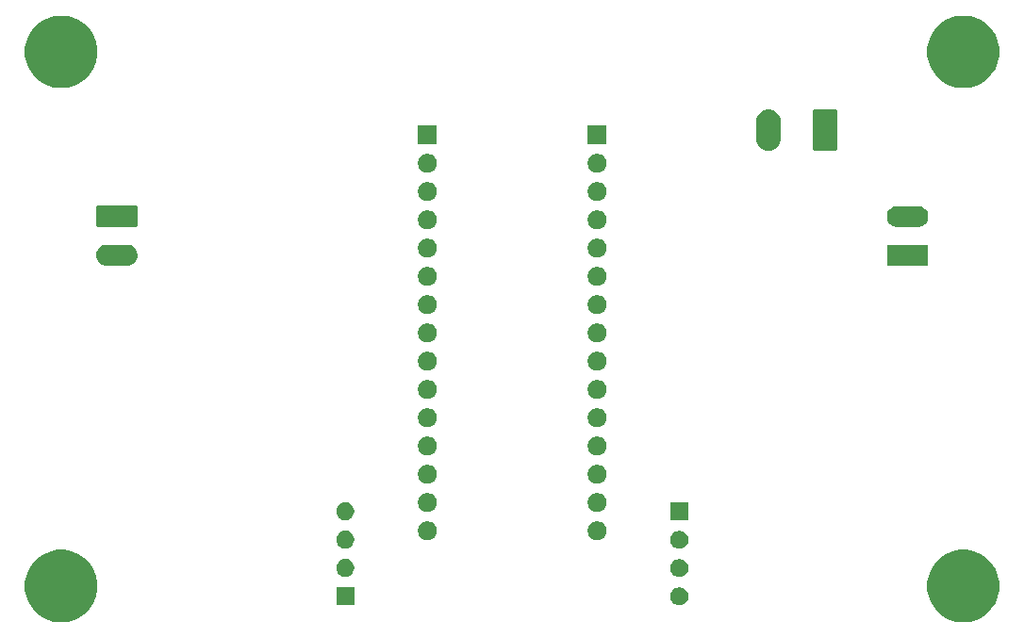
<source format=gbr>
G04 #@! TF.GenerationSoftware,KiCad,Pcbnew,(5.1.4)-1*
G04 #@! TF.CreationDate,2020-03-06T17:00:34+01:00*
G04 #@! TF.ProjectId,asserv_dc,61737365-7276-45f6-9463-2e6b69636164,rev?*
G04 #@! TF.SameCoordinates,Original*
G04 #@! TF.FileFunction,Soldermask,Bot*
G04 #@! TF.FilePolarity,Negative*
%FSLAX46Y46*%
G04 Gerber Fmt 4.6, Leading zero omitted, Abs format (unit mm)*
G04 Created by KiCad (PCBNEW (5.1.4)-1) date 2020-03-06 17:00:34*
%MOMM*%
%LPD*%
G04 APERTURE LIST*
%ADD10C,0.100000*%
G04 APERTURE END LIST*
D10*
G36*
X135134239Y-98311467D02*
G01*
X135448282Y-98373934D01*
X136039926Y-98619001D01*
X136572392Y-98974784D01*
X137025216Y-99427608D01*
X137380999Y-99960074D01*
X137626066Y-100551718D01*
X137751000Y-101179804D01*
X137751000Y-101820196D01*
X137626066Y-102448282D01*
X137380999Y-103039926D01*
X137025216Y-103572392D01*
X136572392Y-104025216D01*
X136039926Y-104380999D01*
X135448282Y-104626066D01*
X135134239Y-104688533D01*
X134820197Y-104751000D01*
X134179803Y-104751000D01*
X133865761Y-104688533D01*
X133551718Y-104626066D01*
X132960074Y-104380999D01*
X132427608Y-104025216D01*
X131974784Y-103572392D01*
X131619001Y-103039926D01*
X131373934Y-102448282D01*
X131249000Y-101820196D01*
X131249000Y-101179804D01*
X131373934Y-100551718D01*
X131619001Y-99960074D01*
X131974784Y-99427608D01*
X132427608Y-98974784D01*
X132960074Y-98619001D01*
X133551718Y-98373934D01*
X133865761Y-98311467D01*
X134179803Y-98249000D01*
X134820197Y-98249000D01*
X135134239Y-98311467D01*
X135134239Y-98311467D01*
G37*
G36*
X54134239Y-98311467D02*
G01*
X54448282Y-98373934D01*
X55039926Y-98619001D01*
X55572392Y-98974784D01*
X56025216Y-99427608D01*
X56380999Y-99960074D01*
X56626066Y-100551718D01*
X56751000Y-101179804D01*
X56751000Y-101820196D01*
X56626066Y-102448282D01*
X56380999Y-103039926D01*
X56025216Y-103572392D01*
X55572392Y-104025216D01*
X55039926Y-104380999D01*
X54448282Y-104626066D01*
X54134239Y-104688533D01*
X53820197Y-104751000D01*
X53179803Y-104751000D01*
X52865761Y-104688533D01*
X52551718Y-104626066D01*
X51960074Y-104380999D01*
X51427608Y-104025216D01*
X50974784Y-103572392D01*
X50619001Y-103039926D01*
X50373934Y-102448282D01*
X50249000Y-101820196D01*
X50249000Y-101179804D01*
X50373934Y-100551718D01*
X50619001Y-99960074D01*
X50974784Y-99427608D01*
X51427608Y-98974784D01*
X51960074Y-98619001D01*
X52551718Y-98373934D01*
X52865761Y-98311467D01*
X53179803Y-98249000D01*
X53820197Y-98249000D01*
X54134239Y-98311467D01*
X54134239Y-98311467D01*
G37*
G36*
X109234810Y-101645935D02*
G01*
X109381309Y-101706617D01*
X109381310Y-101706618D01*
X109513158Y-101794716D01*
X109625284Y-101906842D01*
X109625285Y-101906844D01*
X109713383Y-102038691D01*
X109774065Y-102185190D01*
X109805000Y-102340713D01*
X109805000Y-102499287D01*
X109774065Y-102654810D01*
X109713383Y-102801309D01*
X109713382Y-102801310D01*
X109625284Y-102933158D01*
X109513158Y-103045284D01*
X109446785Y-103089633D01*
X109381309Y-103133383D01*
X109234810Y-103194065D01*
X109079287Y-103225000D01*
X108920713Y-103225000D01*
X108765190Y-103194065D01*
X108618691Y-103133383D01*
X108553215Y-103089633D01*
X108486842Y-103045284D01*
X108374716Y-102933158D01*
X108286618Y-102801310D01*
X108286617Y-102801309D01*
X108225935Y-102654810D01*
X108195000Y-102499287D01*
X108195000Y-102340713D01*
X108225935Y-102185190D01*
X108286617Y-102038691D01*
X108374715Y-101906844D01*
X108374716Y-101906842D01*
X108486842Y-101794716D01*
X108618690Y-101706618D01*
X108618691Y-101706617D01*
X108765190Y-101645935D01*
X108920713Y-101615000D01*
X109079287Y-101615000D01*
X109234810Y-101645935D01*
X109234810Y-101645935D01*
G37*
G36*
X79805000Y-103205000D02*
G01*
X78195000Y-103205000D01*
X78195000Y-101595000D01*
X79805000Y-101595000D01*
X79805000Y-103205000D01*
X79805000Y-103205000D01*
G37*
G36*
X109234810Y-99105935D02*
G01*
X109381309Y-99166617D01*
X109381310Y-99166618D01*
X109513158Y-99254716D01*
X109625284Y-99366842D01*
X109625285Y-99366844D01*
X109713383Y-99498691D01*
X109774065Y-99645190D01*
X109805000Y-99800713D01*
X109805000Y-99959287D01*
X109774065Y-100114810D01*
X109713383Y-100261309D01*
X109713382Y-100261310D01*
X109625284Y-100393158D01*
X109513158Y-100505284D01*
X109446785Y-100549633D01*
X109381309Y-100593383D01*
X109234810Y-100654065D01*
X109079287Y-100685000D01*
X108920713Y-100685000D01*
X108765190Y-100654065D01*
X108618691Y-100593383D01*
X108553215Y-100549633D01*
X108486842Y-100505284D01*
X108374716Y-100393158D01*
X108286618Y-100261310D01*
X108286617Y-100261309D01*
X108225935Y-100114810D01*
X108195000Y-99959287D01*
X108195000Y-99800713D01*
X108225935Y-99645190D01*
X108286617Y-99498691D01*
X108374715Y-99366844D01*
X108374716Y-99366842D01*
X108486842Y-99254716D01*
X108618690Y-99166618D01*
X108618691Y-99166617D01*
X108765190Y-99105935D01*
X108920713Y-99075000D01*
X109079287Y-99075000D01*
X109234810Y-99105935D01*
X109234810Y-99105935D01*
G37*
G36*
X79234810Y-99085935D02*
G01*
X79381309Y-99146617D01*
X79381310Y-99146618D01*
X79513158Y-99234716D01*
X79625284Y-99346842D01*
X79638649Y-99366844D01*
X79713383Y-99478691D01*
X79774065Y-99625190D01*
X79805000Y-99780713D01*
X79805000Y-99939287D01*
X79774065Y-100094810D01*
X79713383Y-100241309D01*
X79669633Y-100306785D01*
X79625284Y-100373158D01*
X79513158Y-100485284D01*
X79483226Y-100505284D01*
X79381309Y-100573383D01*
X79234810Y-100634065D01*
X79079287Y-100665000D01*
X78920713Y-100665000D01*
X78765190Y-100634065D01*
X78618691Y-100573383D01*
X78516774Y-100505284D01*
X78486842Y-100485284D01*
X78374716Y-100373158D01*
X78330367Y-100306785D01*
X78286617Y-100241309D01*
X78225935Y-100094810D01*
X78195000Y-99939287D01*
X78195000Y-99780713D01*
X78225935Y-99625190D01*
X78286617Y-99478691D01*
X78361351Y-99366844D01*
X78374716Y-99346842D01*
X78486842Y-99234716D01*
X78618690Y-99146618D01*
X78618691Y-99146617D01*
X78765190Y-99085935D01*
X78920713Y-99055000D01*
X79079287Y-99055000D01*
X79234810Y-99085935D01*
X79234810Y-99085935D01*
G37*
G36*
X109234810Y-96565935D02*
G01*
X109381309Y-96626617D01*
X109381310Y-96626618D01*
X109513158Y-96714716D01*
X109625284Y-96826842D01*
X109625285Y-96826844D01*
X109713383Y-96958691D01*
X109774065Y-97105190D01*
X109805000Y-97260713D01*
X109805000Y-97419287D01*
X109774065Y-97574810D01*
X109713383Y-97721309D01*
X109713382Y-97721310D01*
X109625284Y-97853158D01*
X109513158Y-97965284D01*
X109446785Y-98009633D01*
X109381309Y-98053383D01*
X109234810Y-98114065D01*
X109079287Y-98145000D01*
X108920713Y-98145000D01*
X108765190Y-98114065D01*
X108618691Y-98053383D01*
X108553215Y-98009633D01*
X108486842Y-97965284D01*
X108374716Y-97853158D01*
X108286618Y-97721310D01*
X108286617Y-97721309D01*
X108225935Y-97574810D01*
X108195000Y-97419287D01*
X108195000Y-97260713D01*
X108225935Y-97105190D01*
X108286617Y-96958691D01*
X108374715Y-96826844D01*
X108374716Y-96826842D01*
X108486842Y-96714716D01*
X108618690Y-96626618D01*
X108618691Y-96626617D01*
X108765190Y-96565935D01*
X108920713Y-96535000D01*
X109079287Y-96535000D01*
X109234810Y-96565935D01*
X109234810Y-96565935D01*
G37*
G36*
X79234810Y-96545935D02*
G01*
X79381309Y-96606617D01*
X79381310Y-96606618D01*
X79513158Y-96694716D01*
X79625284Y-96806842D01*
X79638649Y-96826844D01*
X79713383Y-96938691D01*
X79774065Y-97085190D01*
X79805000Y-97240713D01*
X79805000Y-97399287D01*
X79774065Y-97554810D01*
X79713383Y-97701309D01*
X79669633Y-97766785D01*
X79625284Y-97833158D01*
X79513158Y-97945284D01*
X79483226Y-97965284D01*
X79381309Y-98033383D01*
X79234810Y-98094065D01*
X79079287Y-98125000D01*
X78920713Y-98125000D01*
X78765190Y-98094065D01*
X78618691Y-98033383D01*
X78516774Y-97965284D01*
X78486842Y-97945284D01*
X78374716Y-97833158D01*
X78330367Y-97766785D01*
X78286617Y-97701309D01*
X78225935Y-97554810D01*
X78195000Y-97399287D01*
X78195000Y-97240713D01*
X78225935Y-97085190D01*
X78286617Y-96938691D01*
X78361351Y-96826844D01*
X78374716Y-96806842D01*
X78486842Y-96694716D01*
X78618690Y-96606618D01*
X78618691Y-96606617D01*
X78765190Y-96545935D01*
X78920713Y-96515000D01*
X79079287Y-96515000D01*
X79234810Y-96545935D01*
X79234810Y-96545935D01*
G37*
G36*
X86628228Y-95711703D02*
G01*
X86783100Y-95775853D01*
X86922481Y-95868985D01*
X87041015Y-95987519D01*
X87134147Y-96126900D01*
X87198297Y-96281772D01*
X87231000Y-96446184D01*
X87231000Y-96613816D01*
X87198297Y-96778228D01*
X87134147Y-96933100D01*
X87041015Y-97072481D01*
X86922481Y-97191015D01*
X86783100Y-97284147D01*
X86628228Y-97348297D01*
X86463816Y-97381000D01*
X86296184Y-97381000D01*
X86131772Y-97348297D01*
X85976900Y-97284147D01*
X85837519Y-97191015D01*
X85718985Y-97072481D01*
X85625853Y-96933100D01*
X85561703Y-96778228D01*
X85529000Y-96613816D01*
X85529000Y-96446184D01*
X85561703Y-96281772D01*
X85625853Y-96126900D01*
X85718985Y-95987519D01*
X85837519Y-95868985D01*
X85976900Y-95775853D01*
X86131772Y-95711703D01*
X86296184Y-95679000D01*
X86463816Y-95679000D01*
X86628228Y-95711703D01*
X86628228Y-95711703D01*
G37*
G36*
X101868228Y-95711703D02*
G01*
X102023100Y-95775853D01*
X102162481Y-95868985D01*
X102281015Y-95987519D01*
X102374147Y-96126900D01*
X102438297Y-96281772D01*
X102471000Y-96446184D01*
X102471000Y-96613816D01*
X102438297Y-96778228D01*
X102374147Y-96933100D01*
X102281015Y-97072481D01*
X102162481Y-97191015D01*
X102023100Y-97284147D01*
X101868228Y-97348297D01*
X101703816Y-97381000D01*
X101536184Y-97381000D01*
X101371772Y-97348297D01*
X101216900Y-97284147D01*
X101077519Y-97191015D01*
X100958985Y-97072481D01*
X100865853Y-96933100D01*
X100801703Y-96778228D01*
X100769000Y-96613816D01*
X100769000Y-96446184D01*
X100801703Y-96281772D01*
X100865853Y-96126900D01*
X100958985Y-95987519D01*
X101077519Y-95868985D01*
X101216900Y-95775853D01*
X101371772Y-95711703D01*
X101536184Y-95679000D01*
X101703816Y-95679000D01*
X101868228Y-95711703D01*
X101868228Y-95711703D01*
G37*
G36*
X109805000Y-95605000D02*
G01*
X108195000Y-95605000D01*
X108195000Y-93995000D01*
X109805000Y-93995000D01*
X109805000Y-95605000D01*
X109805000Y-95605000D01*
G37*
G36*
X79234810Y-94005935D02*
G01*
X79381309Y-94066617D01*
X79381310Y-94066618D01*
X79513158Y-94154716D01*
X79625284Y-94266842D01*
X79625285Y-94266844D01*
X79713383Y-94398691D01*
X79774065Y-94545190D01*
X79805000Y-94700713D01*
X79805000Y-94859287D01*
X79774065Y-95014810D01*
X79713383Y-95161309D01*
X79713382Y-95161310D01*
X79625284Y-95293158D01*
X79513158Y-95405284D01*
X79446785Y-95449633D01*
X79381309Y-95493383D01*
X79234810Y-95554065D01*
X79079287Y-95585000D01*
X78920713Y-95585000D01*
X78765190Y-95554065D01*
X78618691Y-95493383D01*
X78553215Y-95449633D01*
X78486842Y-95405284D01*
X78374716Y-95293158D01*
X78286618Y-95161310D01*
X78286617Y-95161309D01*
X78225935Y-95014810D01*
X78195000Y-94859287D01*
X78195000Y-94700713D01*
X78225935Y-94545190D01*
X78286617Y-94398691D01*
X78374715Y-94266844D01*
X78374716Y-94266842D01*
X78486842Y-94154716D01*
X78618690Y-94066618D01*
X78618691Y-94066617D01*
X78765190Y-94005935D01*
X78920713Y-93975000D01*
X79079287Y-93975000D01*
X79234810Y-94005935D01*
X79234810Y-94005935D01*
G37*
G36*
X86628228Y-93171703D02*
G01*
X86783100Y-93235853D01*
X86922481Y-93328985D01*
X87041015Y-93447519D01*
X87134147Y-93586900D01*
X87198297Y-93741772D01*
X87231000Y-93906184D01*
X87231000Y-94073816D01*
X87198297Y-94238228D01*
X87134147Y-94393100D01*
X87041015Y-94532481D01*
X86922481Y-94651015D01*
X86783100Y-94744147D01*
X86628228Y-94808297D01*
X86463816Y-94841000D01*
X86296184Y-94841000D01*
X86131772Y-94808297D01*
X85976900Y-94744147D01*
X85837519Y-94651015D01*
X85718985Y-94532481D01*
X85625853Y-94393100D01*
X85561703Y-94238228D01*
X85529000Y-94073816D01*
X85529000Y-93906184D01*
X85561703Y-93741772D01*
X85625853Y-93586900D01*
X85718985Y-93447519D01*
X85837519Y-93328985D01*
X85976900Y-93235853D01*
X86131772Y-93171703D01*
X86296184Y-93139000D01*
X86463816Y-93139000D01*
X86628228Y-93171703D01*
X86628228Y-93171703D01*
G37*
G36*
X101868228Y-93171703D02*
G01*
X102023100Y-93235853D01*
X102162481Y-93328985D01*
X102281015Y-93447519D01*
X102374147Y-93586900D01*
X102438297Y-93741772D01*
X102471000Y-93906184D01*
X102471000Y-94073816D01*
X102438297Y-94238228D01*
X102374147Y-94393100D01*
X102281015Y-94532481D01*
X102162481Y-94651015D01*
X102023100Y-94744147D01*
X101868228Y-94808297D01*
X101703816Y-94841000D01*
X101536184Y-94841000D01*
X101371772Y-94808297D01*
X101216900Y-94744147D01*
X101077519Y-94651015D01*
X100958985Y-94532481D01*
X100865853Y-94393100D01*
X100801703Y-94238228D01*
X100769000Y-94073816D01*
X100769000Y-93906184D01*
X100801703Y-93741772D01*
X100865853Y-93586900D01*
X100958985Y-93447519D01*
X101077519Y-93328985D01*
X101216900Y-93235853D01*
X101371772Y-93171703D01*
X101536184Y-93139000D01*
X101703816Y-93139000D01*
X101868228Y-93171703D01*
X101868228Y-93171703D01*
G37*
G36*
X101868228Y-90631703D02*
G01*
X102023100Y-90695853D01*
X102162481Y-90788985D01*
X102281015Y-90907519D01*
X102374147Y-91046900D01*
X102438297Y-91201772D01*
X102471000Y-91366184D01*
X102471000Y-91533816D01*
X102438297Y-91698228D01*
X102374147Y-91853100D01*
X102281015Y-91992481D01*
X102162481Y-92111015D01*
X102023100Y-92204147D01*
X101868228Y-92268297D01*
X101703816Y-92301000D01*
X101536184Y-92301000D01*
X101371772Y-92268297D01*
X101216900Y-92204147D01*
X101077519Y-92111015D01*
X100958985Y-91992481D01*
X100865853Y-91853100D01*
X100801703Y-91698228D01*
X100769000Y-91533816D01*
X100769000Y-91366184D01*
X100801703Y-91201772D01*
X100865853Y-91046900D01*
X100958985Y-90907519D01*
X101077519Y-90788985D01*
X101216900Y-90695853D01*
X101371772Y-90631703D01*
X101536184Y-90599000D01*
X101703816Y-90599000D01*
X101868228Y-90631703D01*
X101868228Y-90631703D01*
G37*
G36*
X86628228Y-90631703D02*
G01*
X86783100Y-90695853D01*
X86922481Y-90788985D01*
X87041015Y-90907519D01*
X87134147Y-91046900D01*
X87198297Y-91201772D01*
X87231000Y-91366184D01*
X87231000Y-91533816D01*
X87198297Y-91698228D01*
X87134147Y-91853100D01*
X87041015Y-91992481D01*
X86922481Y-92111015D01*
X86783100Y-92204147D01*
X86628228Y-92268297D01*
X86463816Y-92301000D01*
X86296184Y-92301000D01*
X86131772Y-92268297D01*
X85976900Y-92204147D01*
X85837519Y-92111015D01*
X85718985Y-91992481D01*
X85625853Y-91853100D01*
X85561703Y-91698228D01*
X85529000Y-91533816D01*
X85529000Y-91366184D01*
X85561703Y-91201772D01*
X85625853Y-91046900D01*
X85718985Y-90907519D01*
X85837519Y-90788985D01*
X85976900Y-90695853D01*
X86131772Y-90631703D01*
X86296184Y-90599000D01*
X86463816Y-90599000D01*
X86628228Y-90631703D01*
X86628228Y-90631703D01*
G37*
G36*
X86628228Y-88091703D02*
G01*
X86783100Y-88155853D01*
X86922481Y-88248985D01*
X87041015Y-88367519D01*
X87134147Y-88506900D01*
X87198297Y-88661772D01*
X87231000Y-88826184D01*
X87231000Y-88993816D01*
X87198297Y-89158228D01*
X87134147Y-89313100D01*
X87041015Y-89452481D01*
X86922481Y-89571015D01*
X86783100Y-89664147D01*
X86628228Y-89728297D01*
X86463816Y-89761000D01*
X86296184Y-89761000D01*
X86131772Y-89728297D01*
X85976900Y-89664147D01*
X85837519Y-89571015D01*
X85718985Y-89452481D01*
X85625853Y-89313100D01*
X85561703Y-89158228D01*
X85529000Y-88993816D01*
X85529000Y-88826184D01*
X85561703Y-88661772D01*
X85625853Y-88506900D01*
X85718985Y-88367519D01*
X85837519Y-88248985D01*
X85976900Y-88155853D01*
X86131772Y-88091703D01*
X86296184Y-88059000D01*
X86463816Y-88059000D01*
X86628228Y-88091703D01*
X86628228Y-88091703D01*
G37*
G36*
X101868228Y-88091703D02*
G01*
X102023100Y-88155853D01*
X102162481Y-88248985D01*
X102281015Y-88367519D01*
X102374147Y-88506900D01*
X102438297Y-88661772D01*
X102471000Y-88826184D01*
X102471000Y-88993816D01*
X102438297Y-89158228D01*
X102374147Y-89313100D01*
X102281015Y-89452481D01*
X102162481Y-89571015D01*
X102023100Y-89664147D01*
X101868228Y-89728297D01*
X101703816Y-89761000D01*
X101536184Y-89761000D01*
X101371772Y-89728297D01*
X101216900Y-89664147D01*
X101077519Y-89571015D01*
X100958985Y-89452481D01*
X100865853Y-89313100D01*
X100801703Y-89158228D01*
X100769000Y-88993816D01*
X100769000Y-88826184D01*
X100801703Y-88661772D01*
X100865853Y-88506900D01*
X100958985Y-88367519D01*
X101077519Y-88248985D01*
X101216900Y-88155853D01*
X101371772Y-88091703D01*
X101536184Y-88059000D01*
X101703816Y-88059000D01*
X101868228Y-88091703D01*
X101868228Y-88091703D01*
G37*
G36*
X101868228Y-85551703D02*
G01*
X102023100Y-85615853D01*
X102162481Y-85708985D01*
X102281015Y-85827519D01*
X102374147Y-85966900D01*
X102438297Y-86121772D01*
X102471000Y-86286184D01*
X102471000Y-86453816D01*
X102438297Y-86618228D01*
X102374147Y-86773100D01*
X102281015Y-86912481D01*
X102162481Y-87031015D01*
X102023100Y-87124147D01*
X101868228Y-87188297D01*
X101703816Y-87221000D01*
X101536184Y-87221000D01*
X101371772Y-87188297D01*
X101216900Y-87124147D01*
X101077519Y-87031015D01*
X100958985Y-86912481D01*
X100865853Y-86773100D01*
X100801703Y-86618228D01*
X100769000Y-86453816D01*
X100769000Y-86286184D01*
X100801703Y-86121772D01*
X100865853Y-85966900D01*
X100958985Y-85827519D01*
X101077519Y-85708985D01*
X101216900Y-85615853D01*
X101371772Y-85551703D01*
X101536184Y-85519000D01*
X101703816Y-85519000D01*
X101868228Y-85551703D01*
X101868228Y-85551703D01*
G37*
G36*
X86628228Y-85551703D02*
G01*
X86783100Y-85615853D01*
X86922481Y-85708985D01*
X87041015Y-85827519D01*
X87134147Y-85966900D01*
X87198297Y-86121772D01*
X87231000Y-86286184D01*
X87231000Y-86453816D01*
X87198297Y-86618228D01*
X87134147Y-86773100D01*
X87041015Y-86912481D01*
X86922481Y-87031015D01*
X86783100Y-87124147D01*
X86628228Y-87188297D01*
X86463816Y-87221000D01*
X86296184Y-87221000D01*
X86131772Y-87188297D01*
X85976900Y-87124147D01*
X85837519Y-87031015D01*
X85718985Y-86912481D01*
X85625853Y-86773100D01*
X85561703Y-86618228D01*
X85529000Y-86453816D01*
X85529000Y-86286184D01*
X85561703Y-86121772D01*
X85625853Y-85966900D01*
X85718985Y-85827519D01*
X85837519Y-85708985D01*
X85976900Y-85615853D01*
X86131772Y-85551703D01*
X86296184Y-85519000D01*
X86463816Y-85519000D01*
X86628228Y-85551703D01*
X86628228Y-85551703D01*
G37*
G36*
X86628228Y-83011703D02*
G01*
X86783100Y-83075853D01*
X86922481Y-83168985D01*
X87041015Y-83287519D01*
X87134147Y-83426900D01*
X87198297Y-83581772D01*
X87231000Y-83746184D01*
X87231000Y-83913816D01*
X87198297Y-84078228D01*
X87134147Y-84233100D01*
X87041015Y-84372481D01*
X86922481Y-84491015D01*
X86783100Y-84584147D01*
X86628228Y-84648297D01*
X86463816Y-84681000D01*
X86296184Y-84681000D01*
X86131772Y-84648297D01*
X85976900Y-84584147D01*
X85837519Y-84491015D01*
X85718985Y-84372481D01*
X85625853Y-84233100D01*
X85561703Y-84078228D01*
X85529000Y-83913816D01*
X85529000Y-83746184D01*
X85561703Y-83581772D01*
X85625853Y-83426900D01*
X85718985Y-83287519D01*
X85837519Y-83168985D01*
X85976900Y-83075853D01*
X86131772Y-83011703D01*
X86296184Y-82979000D01*
X86463816Y-82979000D01*
X86628228Y-83011703D01*
X86628228Y-83011703D01*
G37*
G36*
X101868228Y-83011703D02*
G01*
X102023100Y-83075853D01*
X102162481Y-83168985D01*
X102281015Y-83287519D01*
X102374147Y-83426900D01*
X102438297Y-83581772D01*
X102471000Y-83746184D01*
X102471000Y-83913816D01*
X102438297Y-84078228D01*
X102374147Y-84233100D01*
X102281015Y-84372481D01*
X102162481Y-84491015D01*
X102023100Y-84584147D01*
X101868228Y-84648297D01*
X101703816Y-84681000D01*
X101536184Y-84681000D01*
X101371772Y-84648297D01*
X101216900Y-84584147D01*
X101077519Y-84491015D01*
X100958985Y-84372481D01*
X100865853Y-84233100D01*
X100801703Y-84078228D01*
X100769000Y-83913816D01*
X100769000Y-83746184D01*
X100801703Y-83581772D01*
X100865853Y-83426900D01*
X100958985Y-83287519D01*
X101077519Y-83168985D01*
X101216900Y-83075853D01*
X101371772Y-83011703D01*
X101536184Y-82979000D01*
X101703816Y-82979000D01*
X101868228Y-83011703D01*
X101868228Y-83011703D01*
G37*
G36*
X86628228Y-80471703D02*
G01*
X86783100Y-80535853D01*
X86922481Y-80628985D01*
X87041015Y-80747519D01*
X87134147Y-80886900D01*
X87198297Y-81041772D01*
X87231000Y-81206184D01*
X87231000Y-81373816D01*
X87198297Y-81538228D01*
X87134147Y-81693100D01*
X87041015Y-81832481D01*
X86922481Y-81951015D01*
X86783100Y-82044147D01*
X86628228Y-82108297D01*
X86463816Y-82141000D01*
X86296184Y-82141000D01*
X86131772Y-82108297D01*
X85976900Y-82044147D01*
X85837519Y-81951015D01*
X85718985Y-81832481D01*
X85625853Y-81693100D01*
X85561703Y-81538228D01*
X85529000Y-81373816D01*
X85529000Y-81206184D01*
X85561703Y-81041772D01*
X85625853Y-80886900D01*
X85718985Y-80747519D01*
X85837519Y-80628985D01*
X85976900Y-80535853D01*
X86131772Y-80471703D01*
X86296184Y-80439000D01*
X86463816Y-80439000D01*
X86628228Y-80471703D01*
X86628228Y-80471703D01*
G37*
G36*
X101868228Y-80471703D02*
G01*
X102023100Y-80535853D01*
X102162481Y-80628985D01*
X102281015Y-80747519D01*
X102374147Y-80886900D01*
X102438297Y-81041772D01*
X102471000Y-81206184D01*
X102471000Y-81373816D01*
X102438297Y-81538228D01*
X102374147Y-81693100D01*
X102281015Y-81832481D01*
X102162481Y-81951015D01*
X102023100Y-82044147D01*
X101868228Y-82108297D01*
X101703816Y-82141000D01*
X101536184Y-82141000D01*
X101371772Y-82108297D01*
X101216900Y-82044147D01*
X101077519Y-81951015D01*
X100958985Y-81832481D01*
X100865853Y-81693100D01*
X100801703Y-81538228D01*
X100769000Y-81373816D01*
X100769000Y-81206184D01*
X100801703Y-81041772D01*
X100865853Y-80886900D01*
X100958985Y-80747519D01*
X101077519Y-80628985D01*
X101216900Y-80535853D01*
X101371772Y-80471703D01*
X101536184Y-80439000D01*
X101703816Y-80439000D01*
X101868228Y-80471703D01*
X101868228Y-80471703D01*
G37*
G36*
X101868228Y-77931703D02*
G01*
X102023100Y-77995853D01*
X102162481Y-78088985D01*
X102281015Y-78207519D01*
X102374147Y-78346900D01*
X102438297Y-78501772D01*
X102471000Y-78666184D01*
X102471000Y-78833816D01*
X102438297Y-78998228D01*
X102374147Y-79153100D01*
X102281015Y-79292481D01*
X102162481Y-79411015D01*
X102023100Y-79504147D01*
X101868228Y-79568297D01*
X101703816Y-79601000D01*
X101536184Y-79601000D01*
X101371772Y-79568297D01*
X101216900Y-79504147D01*
X101077519Y-79411015D01*
X100958985Y-79292481D01*
X100865853Y-79153100D01*
X100801703Y-78998228D01*
X100769000Y-78833816D01*
X100769000Y-78666184D01*
X100801703Y-78501772D01*
X100865853Y-78346900D01*
X100958985Y-78207519D01*
X101077519Y-78088985D01*
X101216900Y-77995853D01*
X101371772Y-77931703D01*
X101536184Y-77899000D01*
X101703816Y-77899000D01*
X101868228Y-77931703D01*
X101868228Y-77931703D01*
G37*
G36*
X86628228Y-77931703D02*
G01*
X86783100Y-77995853D01*
X86922481Y-78088985D01*
X87041015Y-78207519D01*
X87134147Y-78346900D01*
X87198297Y-78501772D01*
X87231000Y-78666184D01*
X87231000Y-78833816D01*
X87198297Y-78998228D01*
X87134147Y-79153100D01*
X87041015Y-79292481D01*
X86922481Y-79411015D01*
X86783100Y-79504147D01*
X86628228Y-79568297D01*
X86463816Y-79601000D01*
X86296184Y-79601000D01*
X86131772Y-79568297D01*
X85976900Y-79504147D01*
X85837519Y-79411015D01*
X85718985Y-79292481D01*
X85625853Y-79153100D01*
X85561703Y-78998228D01*
X85529000Y-78833816D01*
X85529000Y-78666184D01*
X85561703Y-78501772D01*
X85625853Y-78346900D01*
X85718985Y-78207519D01*
X85837519Y-78088985D01*
X85976900Y-77995853D01*
X86131772Y-77931703D01*
X86296184Y-77899000D01*
X86463816Y-77899000D01*
X86628228Y-77931703D01*
X86628228Y-77931703D01*
G37*
G36*
X86628228Y-75391703D02*
G01*
X86783100Y-75455853D01*
X86922481Y-75548985D01*
X87041015Y-75667519D01*
X87134147Y-75806900D01*
X87198297Y-75961772D01*
X87231000Y-76126184D01*
X87231000Y-76293816D01*
X87198297Y-76458228D01*
X87134147Y-76613100D01*
X87041015Y-76752481D01*
X86922481Y-76871015D01*
X86783100Y-76964147D01*
X86628228Y-77028297D01*
X86463816Y-77061000D01*
X86296184Y-77061000D01*
X86131772Y-77028297D01*
X85976900Y-76964147D01*
X85837519Y-76871015D01*
X85718985Y-76752481D01*
X85625853Y-76613100D01*
X85561703Y-76458228D01*
X85529000Y-76293816D01*
X85529000Y-76126184D01*
X85561703Y-75961772D01*
X85625853Y-75806900D01*
X85718985Y-75667519D01*
X85837519Y-75548985D01*
X85976900Y-75455853D01*
X86131772Y-75391703D01*
X86296184Y-75359000D01*
X86463816Y-75359000D01*
X86628228Y-75391703D01*
X86628228Y-75391703D01*
G37*
G36*
X101868228Y-75391703D02*
G01*
X102023100Y-75455853D01*
X102162481Y-75548985D01*
X102281015Y-75667519D01*
X102374147Y-75806900D01*
X102438297Y-75961772D01*
X102471000Y-76126184D01*
X102471000Y-76293816D01*
X102438297Y-76458228D01*
X102374147Y-76613100D01*
X102281015Y-76752481D01*
X102162481Y-76871015D01*
X102023100Y-76964147D01*
X101868228Y-77028297D01*
X101703816Y-77061000D01*
X101536184Y-77061000D01*
X101371772Y-77028297D01*
X101216900Y-76964147D01*
X101077519Y-76871015D01*
X100958985Y-76752481D01*
X100865853Y-76613100D01*
X100801703Y-76458228D01*
X100769000Y-76293816D01*
X100769000Y-76126184D01*
X100801703Y-75961772D01*
X100865853Y-75806900D01*
X100958985Y-75667519D01*
X101077519Y-75548985D01*
X101216900Y-75455853D01*
X101371772Y-75391703D01*
X101536184Y-75359000D01*
X101703816Y-75359000D01*
X101868228Y-75391703D01*
X101868228Y-75391703D01*
G37*
G36*
X101868228Y-72851703D02*
G01*
X102023100Y-72915853D01*
X102162481Y-73008985D01*
X102281015Y-73127519D01*
X102374147Y-73266900D01*
X102438297Y-73421772D01*
X102471000Y-73586184D01*
X102471000Y-73753816D01*
X102438297Y-73918228D01*
X102374147Y-74073100D01*
X102281015Y-74212481D01*
X102162481Y-74331015D01*
X102023100Y-74424147D01*
X101868228Y-74488297D01*
X101703816Y-74521000D01*
X101536184Y-74521000D01*
X101371772Y-74488297D01*
X101216900Y-74424147D01*
X101077519Y-74331015D01*
X100958985Y-74212481D01*
X100865853Y-74073100D01*
X100801703Y-73918228D01*
X100769000Y-73753816D01*
X100769000Y-73586184D01*
X100801703Y-73421772D01*
X100865853Y-73266900D01*
X100958985Y-73127519D01*
X101077519Y-73008985D01*
X101216900Y-72915853D01*
X101371772Y-72851703D01*
X101536184Y-72819000D01*
X101703816Y-72819000D01*
X101868228Y-72851703D01*
X101868228Y-72851703D01*
G37*
G36*
X86628228Y-72851703D02*
G01*
X86783100Y-72915853D01*
X86922481Y-73008985D01*
X87041015Y-73127519D01*
X87134147Y-73266900D01*
X87198297Y-73421772D01*
X87231000Y-73586184D01*
X87231000Y-73753816D01*
X87198297Y-73918228D01*
X87134147Y-74073100D01*
X87041015Y-74212481D01*
X86922481Y-74331015D01*
X86783100Y-74424147D01*
X86628228Y-74488297D01*
X86463816Y-74521000D01*
X86296184Y-74521000D01*
X86131772Y-74488297D01*
X85976900Y-74424147D01*
X85837519Y-74331015D01*
X85718985Y-74212481D01*
X85625853Y-74073100D01*
X85561703Y-73918228D01*
X85529000Y-73753816D01*
X85529000Y-73586184D01*
X85561703Y-73421772D01*
X85625853Y-73266900D01*
X85718985Y-73127519D01*
X85837519Y-73008985D01*
X85976900Y-72915853D01*
X86131772Y-72851703D01*
X86296184Y-72819000D01*
X86463816Y-72819000D01*
X86628228Y-72851703D01*
X86628228Y-72851703D01*
G37*
G36*
X131210915Y-70852934D02*
G01*
X131243424Y-70862795D01*
X131273382Y-70878809D01*
X131299641Y-70900359D01*
X131321191Y-70926618D01*
X131337205Y-70956576D01*
X131347066Y-70989085D01*
X131351000Y-71029029D01*
X131351000Y-72570971D01*
X131347066Y-72610915D01*
X131337205Y-72643424D01*
X131321191Y-72673382D01*
X131299641Y-72699641D01*
X131273382Y-72721191D01*
X131243424Y-72737205D01*
X131210915Y-72747066D01*
X131170971Y-72751000D01*
X127829029Y-72751000D01*
X127789085Y-72747066D01*
X127756576Y-72737205D01*
X127726618Y-72721191D01*
X127700359Y-72699641D01*
X127678809Y-72673382D01*
X127662795Y-72643424D01*
X127652934Y-72610915D01*
X127649000Y-72570971D01*
X127649000Y-71029029D01*
X127652934Y-70989085D01*
X127662795Y-70956576D01*
X127678809Y-70926618D01*
X127700359Y-70900359D01*
X127726618Y-70878809D01*
X127756576Y-70862795D01*
X127789085Y-70852934D01*
X127829029Y-70849000D01*
X131170971Y-70849000D01*
X131210915Y-70852934D01*
X131210915Y-70852934D01*
G37*
G36*
X59586425Y-70837760D02*
G01*
X59586428Y-70837761D01*
X59586429Y-70837761D01*
X59765693Y-70892140D01*
X59765696Y-70892142D01*
X59765697Y-70892142D01*
X59930903Y-70980446D01*
X60075712Y-71099288D01*
X60194554Y-71244097D01*
X60282858Y-71409303D01*
X60282860Y-71409307D01*
X60320411Y-71533097D01*
X60337240Y-71588575D01*
X60355601Y-71775000D01*
X60337240Y-71961425D01*
X60337239Y-71961428D01*
X60337239Y-71961429D01*
X60282860Y-72140693D01*
X60282858Y-72140696D01*
X60282858Y-72140697D01*
X60194554Y-72305903D01*
X60075712Y-72450712D01*
X59930903Y-72569554D01*
X59811086Y-72633597D01*
X59765693Y-72657860D01*
X59586429Y-72712239D01*
X59586428Y-72712239D01*
X59586425Y-72712240D01*
X59446718Y-72726000D01*
X57553282Y-72726000D01*
X57413575Y-72712240D01*
X57413572Y-72712239D01*
X57413571Y-72712239D01*
X57234307Y-72657860D01*
X57188914Y-72633597D01*
X57069097Y-72569554D01*
X56924288Y-72450712D01*
X56805446Y-72305903D01*
X56717142Y-72140697D01*
X56717142Y-72140696D01*
X56717140Y-72140693D01*
X56662761Y-71961429D01*
X56662761Y-71961428D01*
X56662760Y-71961425D01*
X56644399Y-71775000D01*
X56662760Y-71588575D01*
X56679589Y-71533097D01*
X56717140Y-71409307D01*
X56717142Y-71409303D01*
X56805446Y-71244097D01*
X56924288Y-71099288D01*
X57069097Y-70980446D01*
X57234303Y-70892142D01*
X57234304Y-70892142D01*
X57234307Y-70892140D01*
X57413571Y-70837761D01*
X57413572Y-70837761D01*
X57413575Y-70837760D01*
X57553282Y-70824000D01*
X59446718Y-70824000D01*
X59586425Y-70837760D01*
X59586425Y-70837760D01*
G37*
G36*
X101868228Y-70311703D02*
G01*
X102023100Y-70375853D01*
X102162481Y-70468985D01*
X102281015Y-70587519D01*
X102374147Y-70726900D01*
X102438297Y-70881772D01*
X102471000Y-71046184D01*
X102471000Y-71213816D01*
X102438297Y-71378228D01*
X102374147Y-71533100D01*
X102281015Y-71672481D01*
X102162481Y-71791015D01*
X102023100Y-71884147D01*
X101868228Y-71948297D01*
X101703816Y-71981000D01*
X101536184Y-71981000D01*
X101371772Y-71948297D01*
X101216900Y-71884147D01*
X101077519Y-71791015D01*
X100958985Y-71672481D01*
X100865853Y-71533100D01*
X100801703Y-71378228D01*
X100769000Y-71213816D01*
X100769000Y-71046184D01*
X100801703Y-70881772D01*
X100865853Y-70726900D01*
X100958985Y-70587519D01*
X101077519Y-70468985D01*
X101216900Y-70375853D01*
X101371772Y-70311703D01*
X101536184Y-70279000D01*
X101703816Y-70279000D01*
X101868228Y-70311703D01*
X101868228Y-70311703D01*
G37*
G36*
X86628228Y-70311703D02*
G01*
X86783100Y-70375853D01*
X86922481Y-70468985D01*
X87041015Y-70587519D01*
X87134147Y-70726900D01*
X87198297Y-70881772D01*
X87231000Y-71046184D01*
X87231000Y-71213816D01*
X87198297Y-71378228D01*
X87134147Y-71533100D01*
X87041015Y-71672481D01*
X86922481Y-71791015D01*
X86783100Y-71884147D01*
X86628228Y-71948297D01*
X86463816Y-71981000D01*
X86296184Y-71981000D01*
X86131772Y-71948297D01*
X85976900Y-71884147D01*
X85837519Y-71791015D01*
X85718985Y-71672481D01*
X85625853Y-71533100D01*
X85561703Y-71378228D01*
X85529000Y-71213816D01*
X85529000Y-71046184D01*
X85561703Y-70881772D01*
X85625853Y-70726900D01*
X85718985Y-70587519D01*
X85837519Y-70468985D01*
X85976900Y-70375853D01*
X86131772Y-70311703D01*
X86296184Y-70279000D01*
X86463816Y-70279000D01*
X86628228Y-70311703D01*
X86628228Y-70311703D01*
G37*
G36*
X86628228Y-67771703D02*
G01*
X86783100Y-67835853D01*
X86922481Y-67928985D01*
X87041015Y-68047519D01*
X87134147Y-68186900D01*
X87198297Y-68341772D01*
X87231000Y-68506184D01*
X87231000Y-68673816D01*
X87198297Y-68838228D01*
X87134147Y-68993100D01*
X87041015Y-69132481D01*
X86922481Y-69251015D01*
X86783100Y-69344147D01*
X86628228Y-69408297D01*
X86463816Y-69441000D01*
X86296184Y-69441000D01*
X86131772Y-69408297D01*
X85976900Y-69344147D01*
X85837519Y-69251015D01*
X85718985Y-69132481D01*
X85625853Y-68993100D01*
X85561703Y-68838228D01*
X85529000Y-68673816D01*
X85529000Y-68506184D01*
X85561703Y-68341772D01*
X85625853Y-68186900D01*
X85718985Y-68047519D01*
X85837519Y-67928985D01*
X85976900Y-67835853D01*
X86131772Y-67771703D01*
X86296184Y-67739000D01*
X86463816Y-67739000D01*
X86628228Y-67771703D01*
X86628228Y-67771703D01*
G37*
G36*
X101868228Y-67771703D02*
G01*
X102023100Y-67835853D01*
X102162481Y-67928985D01*
X102281015Y-68047519D01*
X102374147Y-68186900D01*
X102438297Y-68341772D01*
X102471000Y-68506184D01*
X102471000Y-68673816D01*
X102438297Y-68838228D01*
X102374147Y-68993100D01*
X102281015Y-69132481D01*
X102162481Y-69251015D01*
X102023100Y-69344147D01*
X101868228Y-69408297D01*
X101703816Y-69441000D01*
X101536184Y-69441000D01*
X101371772Y-69408297D01*
X101216900Y-69344147D01*
X101077519Y-69251015D01*
X100958985Y-69132481D01*
X100865853Y-68993100D01*
X100801703Y-68838228D01*
X100769000Y-68673816D01*
X100769000Y-68506184D01*
X100801703Y-68341772D01*
X100865853Y-68186900D01*
X100958985Y-68047519D01*
X101077519Y-67928985D01*
X101216900Y-67835853D01*
X101371772Y-67771703D01*
X101536184Y-67739000D01*
X101703816Y-67739000D01*
X101868228Y-67771703D01*
X101868228Y-67771703D01*
G37*
G36*
X130586425Y-67362760D02*
G01*
X130586428Y-67362761D01*
X130586429Y-67362761D01*
X130765693Y-67417140D01*
X130765696Y-67417142D01*
X130765697Y-67417142D01*
X130930903Y-67505446D01*
X131075712Y-67624288D01*
X131194554Y-67769097D01*
X131280015Y-67928985D01*
X131282860Y-67934307D01*
X131337239Y-68113571D01*
X131337240Y-68113575D01*
X131355601Y-68300000D01*
X131337240Y-68486425D01*
X131337239Y-68486428D01*
X131337239Y-68486429D01*
X131282860Y-68665693D01*
X131282858Y-68665696D01*
X131282858Y-68665697D01*
X131194554Y-68830903D01*
X131075712Y-68975712D01*
X130930903Y-69094554D01*
X130781070Y-69174641D01*
X130765693Y-69182860D01*
X130586429Y-69237239D01*
X130586428Y-69237239D01*
X130586425Y-69237240D01*
X130446718Y-69251000D01*
X128553282Y-69251000D01*
X128413575Y-69237240D01*
X128413572Y-69237239D01*
X128413571Y-69237239D01*
X128234307Y-69182860D01*
X128218930Y-69174641D01*
X128069097Y-69094554D01*
X127924288Y-68975712D01*
X127805446Y-68830903D01*
X127717142Y-68665697D01*
X127717142Y-68665696D01*
X127717140Y-68665693D01*
X127662761Y-68486429D01*
X127662761Y-68486428D01*
X127662760Y-68486425D01*
X127644399Y-68300000D01*
X127662760Y-68113575D01*
X127662761Y-68113571D01*
X127717140Y-67934307D01*
X127719985Y-67928985D01*
X127805446Y-67769097D01*
X127924288Y-67624288D01*
X128069097Y-67505446D01*
X128234303Y-67417142D01*
X128234304Y-67417142D01*
X128234307Y-67417140D01*
X128413571Y-67362761D01*
X128413572Y-67362761D01*
X128413575Y-67362760D01*
X128553282Y-67349000D01*
X130446718Y-67349000D01*
X130586425Y-67362760D01*
X130586425Y-67362760D01*
G37*
G36*
X60210915Y-67327934D02*
G01*
X60243424Y-67337795D01*
X60273382Y-67353809D01*
X60299641Y-67375359D01*
X60321191Y-67401618D01*
X60337205Y-67431576D01*
X60347066Y-67464085D01*
X60351000Y-67504029D01*
X60351000Y-69045971D01*
X60347066Y-69085915D01*
X60337205Y-69118424D01*
X60321191Y-69148382D01*
X60299641Y-69174641D01*
X60273382Y-69196191D01*
X60243424Y-69212205D01*
X60210915Y-69222066D01*
X60170971Y-69226000D01*
X56829029Y-69226000D01*
X56789085Y-69222066D01*
X56756576Y-69212205D01*
X56726618Y-69196191D01*
X56700359Y-69174641D01*
X56678809Y-69148382D01*
X56662795Y-69118424D01*
X56652934Y-69085915D01*
X56649000Y-69045971D01*
X56649000Y-67504029D01*
X56652934Y-67464085D01*
X56662795Y-67431576D01*
X56678809Y-67401618D01*
X56700359Y-67375359D01*
X56726618Y-67353809D01*
X56756576Y-67337795D01*
X56789085Y-67327934D01*
X56829029Y-67324000D01*
X60170971Y-67324000D01*
X60210915Y-67327934D01*
X60210915Y-67327934D01*
G37*
G36*
X101868228Y-65231703D02*
G01*
X102023100Y-65295853D01*
X102162481Y-65388985D01*
X102281015Y-65507519D01*
X102374147Y-65646900D01*
X102438297Y-65801772D01*
X102471000Y-65966184D01*
X102471000Y-66133816D01*
X102438297Y-66298228D01*
X102374147Y-66453100D01*
X102281015Y-66592481D01*
X102162481Y-66711015D01*
X102023100Y-66804147D01*
X101868228Y-66868297D01*
X101703816Y-66901000D01*
X101536184Y-66901000D01*
X101371772Y-66868297D01*
X101216900Y-66804147D01*
X101077519Y-66711015D01*
X100958985Y-66592481D01*
X100865853Y-66453100D01*
X100801703Y-66298228D01*
X100769000Y-66133816D01*
X100769000Y-65966184D01*
X100801703Y-65801772D01*
X100865853Y-65646900D01*
X100958985Y-65507519D01*
X101077519Y-65388985D01*
X101216900Y-65295853D01*
X101371772Y-65231703D01*
X101536184Y-65199000D01*
X101703816Y-65199000D01*
X101868228Y-65231703D01*
X101868228Y-65231703D01*
G37*
G36*
X86628228Y-65231703D02*
G01*
X86783100Y-65295853D01*
X86922481Y-65388985D01*
X87041015Y-65507519D01*
X87134147Y-65646900D01*
X87198297Y-65801772D01*
X87231000Y-65966184D01*
X87231000Y-66133816D01*
X87198297Y-66298228D01*
X87134147Y-66453100D01*
X87041015Y-66592481D01*
X86922481Y-66711015D01*
X86783100Y-66804147D01*
X86628228Y-66868297D01*
X86463816Y-66901000D01*
X86296184Y-66901000D01*
X86131772Y-66868297D01*
X85976900Y-66804147D01*
X85837519Y-66711015D01*
X85718985Y-66592481D01*
X85625853Y-66453100D01*
X85561703Y-66298228D01*
X85529000Y-66133816D01*
X85529000Y-65966184D01*
X85561703Y-65801772D01*
X85625853Y-65646900D01*
X85718985Y-65507519D01*
X85837519Y-65388985D01*
X85976900Y-65295853D01*
X86131772Y-65231703D01*
X86296184Y-65199000D01*
X86463816Y-65199000D01*
X86628228Y-65231703D01*
X86628228Y-65231703D01*
G37*
G36*
X101868228Y-62691703D02*
G01*
X102023100Y-62755853D01*
X102162481Y-62848985D01*
X102281015Y-62967519D01*
X102374147Y-63106900D01*
X102438297Y-63261772D01*
X102471000Y-63426184D01*
X102471000Y-63593816D01*
X102438297Y-63758228D01*
X102374147Y-63913100D01*
X102281015Y-64052481D01*
X102162481Y-64171015D01*
X102023100Y-64264147D01*
X101868228Y-64328297D01*
X101703816Y-64361000D01*
X101536184Y-64361000D01*
X101371772Y-64328297D01*
X101216900Y-64264147D01*
X101077519Y-64171015D01*
X100958985Y-64052481D01*
X100865853Y-63913100D01*
X100801703Y-63758228D01*
X100769000Y-63593816D01*
X100769000Y-63426184D01*
X100801703Y-63261772D01*
X100865853Y-63106900D01*
X100958985Y-62967519D01*
X101077519Y-62848985D01*
X101216900Y-62755853D01*
X101371772Y-62691703D01*
X101536184Y-62659000D01*
X101703816Y-62659000D01*
X101868228Y-62691703D01*
X101868228Y-62691703D01*
G37*
G36*
X86628228Y-62691703D02*
G01*
X86783100Y-62755853D01*
X86922481Y-62848985D01*
X87041015Y-62967519D01*
X87134147Y-63106900D01*
X87198297Y-63261772D01*
X87231000Y-63426184D01*
X87231000Y-63593816D01*
X87198297Y-63758228D01*
X87134147Y-63913100D01*
X87041015Y-64052481D01*
X86922481Y-64171015D01*
X86783100Y-64264147D01*
X86628228Y-64328297D01*
X86463816Y-64361000D01*
X86296184Y-64361000D01*
X86131772Y-64328297D01*
X85976900Y-64264147D01*
X85837519Y-64171015D01*
X85718985Y-64052481D01*
X85625853Y-63913100D01*
X85561703Y-63758228D01*
X85529000Y-63593816D01*
X85529000Y-63426184D01*
X85561703Y-63261772D01*
X85625853Y-63106900D01*
X85718985Y-62967519D01*
X85837519Y-62848985D01*
X85976900Y-62755853D01*
X86131772Y-62691703D01*
X86296184Y-62659000D01*
X86463816Y-62659000D01*
X86628228Y-62691703D01*
X86628228Y-62691703D01*
G37*
G36*
X117208871Y-58689786D02*
G01*
X117319780Y-58723430D01*
X117410054Y-58750814D01*
X117414530Y-58752172D01*
X117604055Y-58853475D01*
X117604058Y-58853477D01*
X117604059Y-58853478D01*
X117770186Y-58989814D01*
X117906522Y-59155941D01*
X117906525Y-59155945D01*
X118007828Y-59345470D01*
X118070214Y-59551129D01*
X118086000Y-59711409D01*
X118086000Y-61338591D01*
X118070214Y-61498871D01*
X118007828Y-61704530D01*
X117906525Y-61894055D01*
X117906523Y-61894057D01*
X117906522Y-61894059D01*
X117770186Y-62060186D01*
X117604059Y-62196522D01*
X117604057Y-62196523D01*
X117414529Y-62297828D01*
X117414526Y-62297829D01*
X117403057Y-62301308D01*
X117208870Y-62360214D01*
X116995000Y-62381278D01*
X116781129Y-62360214D01*
X116586942Y-62301308D01*
X116575473Y-62297829D01*
X116575470Y-62297828D01*
X116385945Y-62196525D01*
X116347417Y-62164906D01*
X116219814Y-62060186D01*
X116083478Y-61894059D01*
X115982173Y-61704530D01*
X115982172Y-61704529D01*
X115919786Y-61498870D01*
X115904000Y-61338590D01*
X115904000Y-59711409D01*
X115919786Y-59551126D01*
X115982171Y-59345473D01*
X116083476Y-59155945D01*
X116083479Y-59155941D01*
X116219815Y-58989814D01*
X116385942Y-58853478D01*
X116385943Y-58853477D01*
X116385946Y-58853475D01*
X116575471Y-58752172D01*
X116579948Y-58750814D01*
X116670221Y-58723430D01*
X116781130Y-58689786D01*
X116995000Y-58668722D01*
X117208871Y-58689786D01*
X117208871Y-58689786D01*
G37*
G36*
X123031217Y-58677808D02*
G01*
X123062489Y-58687294D01*
X123091308Y-58702698D01*
X123116570Y-58723430D01*
X123137302Y-58748692D01*
X123152706Y-58777511D01*
X123162192Y-58808783D01*
X123166000Y-58847448D01*
X123166000Y-62202552D01*
X123162192Y-62241217D01*
X123152706Y-62272489D01*
X123137302Y-62301308D01*
X123116570Y-62326570D01*
X123091308Y-62347302D01*
X123062489Y-62362706D01*
X123031217Y-62372192D01*
X122992552Y-62376000D01*
X121157448Y-62376000D01*
X121118783Y-62372192D01*
X121087511Y-62362706D01*
X121058692Y-62347302D01*
X121033430Y-62326570D01*
X121012698Y-62301308D01*
X120997294Y-62272489D01*
X120987808Y-62241217D01*
X120984000Y-62202552D01*
X120984000Y-58847448D01*
X120987808Y-58808783D01*
X120997294Y-58777511D01*
X121012698Y-58748692D01*
X121033430Y-58723430D01*
X121058692Y-58702698D01*
X121087511Y-58687294D01*
X121118783Y-58677808D01*
X121157448Y-58674000D01*
X122992552Y-58674000D01*
X123031217Y-58677808D01*
X123031217Y-58677808D01*
G37*
G36*
X102471000Y-61821000D02*
G01*
X100769000Y-61821000D01*
X100769000Y-60119000D01*
X102471000Y-60119000D01*
X102471000Y-61821000D01*
X102471000Y-61821000D01*
G37*
G36*
X87231000Y-61821000D02*
G01*
X85529000Y-61821000D01*
X85529000Y-60119000D01*
X87231000Y-60119000D01*
X87231000Y-61821000D01*
X87231000Y-61821000D01*
G37*
G36*
X135134239Y-50311467D02*
G01*
X135448282Y-50373934D01*
X136039926Y-50619001D01*
X136572392Y-50974784D01*
X137025216Y-51427608D01*
X137380999Y-51960074D01*
X137626066Y-52551718D01*
X137751000Y-53179804D01*
X137751000Y-53820196D01*
X137626066Y-54448282D01*
X137380999Y-55039926D01*
X137025216Y-55572392D01*
X136572392Y-56025216D01*
X136039926Y-56380999D01*
X135448282Y-56626066D01*
X135134239Y-56688533D01*
X134820197Y-56751000D01*
X134179803Y-56751000D01*
X133865761Y-56688533D01*
X133551718Y-56626066D01*
X132960074Y-56380999D01*
X132427608Y-56025216D01*
X131974784Y-55572392D01*
X131619001Y-55039926D01*
X131373934Y-54448282D01*
X131249000Y-53820196D01*
X131249000Y-53179804D01*
X131373934Y-52551718D01*
X131619001Y-51960074D01*
X131974784Y-51427608D01*
X132427608Y-50974784D01*
X132960074Y-50619001D01*
X133551718Y-50373934D01*
X133865761Y-50311467D01*
X134179803Y-50249000D01*
X134820197Y-50249000D01*
X135134239Y-50311467D01*
X135134239Y-50311467D01*
G37*
G36*
X54134239Y-50311467D02*
G01*
X54448282Y-50373934D01*
X55039926Y-50619001D01*
X55572392Y-50974784D01*
X56025216Y-51427608D01*
X56380999Y-51960074D01*
X56626066Y-52551718D01*
X56751000Y-53179804D01*
X56751000Y-53820196D01*
X56626066Y-54448282D01*
X56380999Y-55039926D01*
X56025216Y-55572392D01*
X55572392Y-56025216D01*
X55039926Y-56380999D01*
X54448282Y-56626066D01*
X54134239Y-56688533D01*
X53820197Y-56751000D01*
X53179803Y-56751000D01*
X52865761Y-56688533D01*
X52551718Y-56626066D01*
X51960074Y-56380999D01*
X51427608Y-56025216D01*
X50974784Y-55572392D01*
X50619001Y-55039926D01*
X50373934Y-54448282D01*
X50249000Y-53820196D01*
X50249000Y-53179804D01*
X50373934Y-52551718D01*
X50619001Y-51960074D01*
X50974784Y-51427608D01*
X51427608Y-50974784D01*
X51960074Y-50619001D01*
X52551718Y-50373934D01*
X52865761Y-50311467D01*
X53179803Y-50249000D01*
X53820197Y-50249000D01*
X54134239Y-50311467D01*
X54134239Y-50311467D01*
G37*
M02*

</source>
